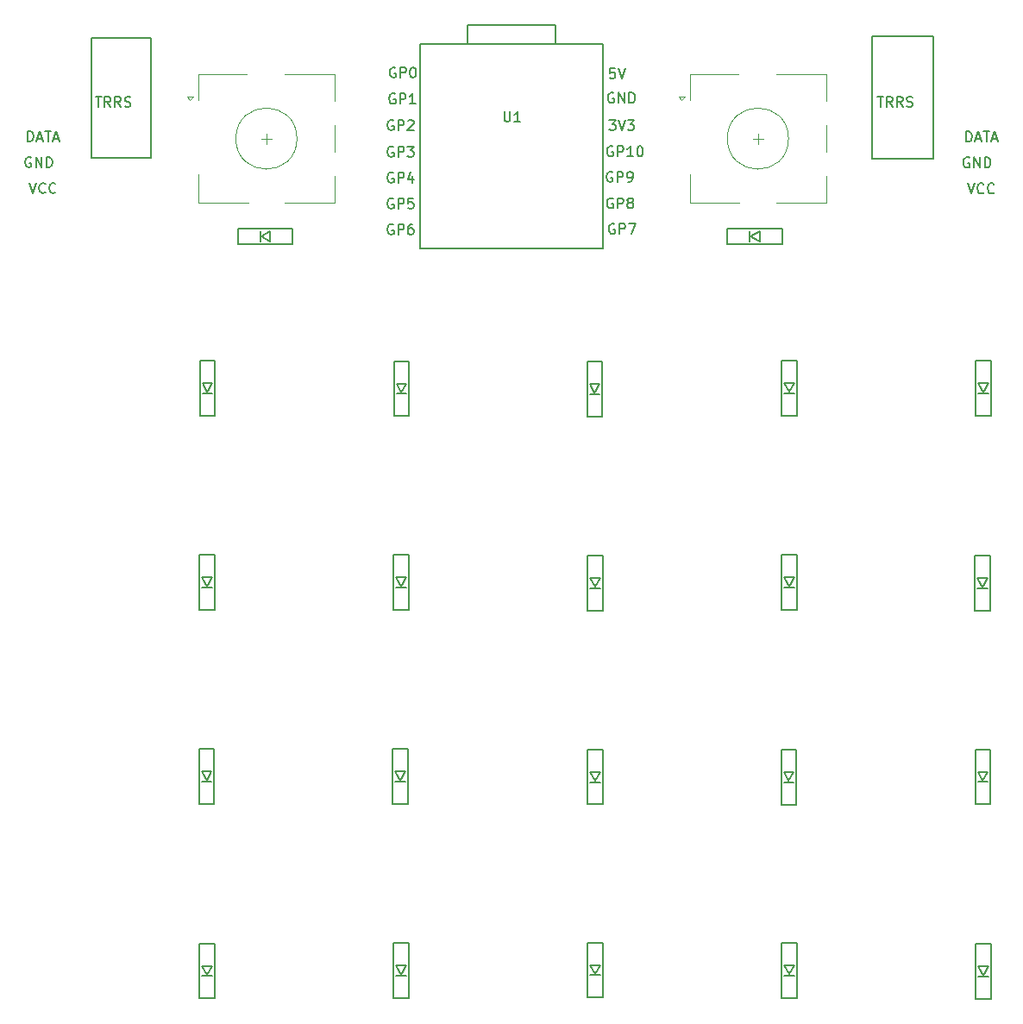
<source format=gbr>
G04 #@! TF.GenerationSoftware,KiCad,Pcbnew,(5.1.6-0-10_14)*
G04 #@! TF.CreationDate,2022-08-26T17:56:11+09:00*
G04 #@! TF.ProjectId,cool640xiao,636f6f6c-3634-4307-9869-616f2e6b6963,rev?*
G04 #@! TF.SameCoordinates,Original*
G04 #@! TF.FileFunction,Legend,Top*
G04 #@! TF.FilePolarity,Positive*
%FSLAX46Y46*%
G04 Gerber Fmt 4.6, Leading zero omitted, Abs format (unit mm)*
G04 Created by KiCad (PCBNEW (5.1.6-0-10_14)) date 2022-08-26 17:56:11*
%MOMM*%
%LPD*%
G01*
G04 APERTURE LIST*
%ADD10C,0.150000*%
%ADD11C,0.120000*%
G04 APERTURE END LIST*
D10*
X-3260000Y32000000D02*
X2540000Y32000000D01*
X2540000Y32000000D02*
X2540000Y20250000D01*
X2540000Y20250000D02*
X-3260000Y20250000D01*
X-3260000Y20250000D02*
X-3260000Y32000000D01*
X84290000Y-59990000D02*
X83790000Y-59090000D01*
X83790000Y-59090000D02*
X84790000Y-59090000D01*
X84790000Y-59090000D02*
X84290000Y-59990000D01*
X83790000Y-60090000D02*
X84790000Y-60090000D01*
X83540000Y-56890000D02*
X83540000Y-62290000D01*
X83540000Y-62290000D02*
X85040000Y-62290000D01*
X85040000Y-62290000D02*
X85040000Y-56890000D01*
X85040000Y-56890000D02*
X83540000Y-56890000D01*
X27160000Y-2800000D02*
X26660000Y-1900000D01*
X26660000Y-1900000D02*
X27660000Y-1900000D01*
X27660000Y-1900000D02*
X27160000Y-2800000D01*
X26660000Y-2900000D02*
X27660000Y-2900000D01*
X26410000Y300000D02*
X26410000Y-5100000D01*
X26410000Y-5100000D02*
X27910000Y-5100000D01*
X27910000Y-5100000D02*
X27910000Y300000D01*
X27910000Y300000D02*
X26410000Y300000D01*
X8110000Y-2760000D02*
X7610000Y-1860000D01*
X7610000Y-1860000D02*
X8610000Y-1860000D01*
X8610000Y-1860000D02*
X8110000Y-2760000D01*
X7610000Y-2860000D02*
X8610000Y-2860000D01*
X7360000Y340000D02*
X7360000Y-5060000D01*
X7360000Y-5060000D02*
X8860000Y-5060000D01*
X8860000Y-5060000D02*
X8860000Y340000D01*
X8860000Y340000D02*
X7360000Y340000D01*
X65230000Y-2730000D02*
X64730000Y-1830000D01*
X64730000Y-1830000D02*
X65730000Y-1830000D01*
X65730000Y-1830000D02*
X65230000Y-2730000D01*
X64730000Y-2830000D02*
X65730000Y-2830000D01*
X64480000Y370000D02*
X64480000Y-5030000D01*
X64480000Y-5030000D02*
X65980000Y-5030000D01*
X65980000Y-5030000D02*
X65980000Y370000D01*
X65980000Y370000D02*
X64480000Y370000D01*
X46120000Y-2850000D02*
X45620000Y-1950000D01*
X45620000Y-1950000D02*
X46620000Y-1950000D01*
X46620000Y-1950000D02*
X46120000Y-2850000D01*
X45620000Y-2950000D02*
X46620000Y-2950000D01*
X45370000Y250000D02*
X45370000Y-5150000D01*
X45370000Y-5150000D02*
X46870000Y-5150000D01*
X46870000Y-5150000D02*
X46870000Y250000D01*
X46870000Y250000D02*
X45370000Y250000D01*
X84300000Y-2790000D02*
X83800000Y-1890000D01*
X83800000Y-1890000D02*
X84800000Y-1890000D01*
X84800000Y-1890000D02*
X84300000Y-2790000D01*
X83800000Y-2890000D02*
X84800000Y-2890000D01*
X83550000Y310000D02*
X83550000Y-5090000D01*
X83550000Y-5090000D02*
X85050000Y-5090000D01*
X85050000Y-5090000D02*
X85050000Y310000D01*
X85050000Y310000D02*
X83550000Y310000D01*
X84200000Y-21900000D02*
X83700000Y-21000000D01*
X83700000Y-21000000D02*
X84700000Y-21000000D01*
X84700000Y-21000000D02*
X84200000Y-21900000D01*
X83700000Y-22000000D02*
X84700000Y-22000000D01*
X83450000Y-18800000D02*
X83450000Y-24200000D01*
X83450000Y-24200000D02*
X84950000Y-24200000D01*
X84950000Y-24200000D02*
X84950000Y-18800000D01*
X84950000Y-18800000D02*
X83450000Y-18800000D01*
X65220000Y-21820000D02*
X64720000Y-20920000D01*
X64720000Y-20920000D02*
X65720000Y-20920000D01*
X65720000Y-20920000D02*
X65220000Y-21820000D01*
X64720000Y-21920000D02*
X65720000Y-21920000D01*
X64470000Y-18720000D02*
X64470000Y-24120000D01*
X64470000Y-24120000D02*
X65970000Y-24120000D01*
X65970000Y-24120000D02*
X65970000Y-18720000D01*
X65970000Y-18720000D02*
X64470000Y-18720000D01*
X46140000Y-21870000D02*
X45640000Y-20970000D01*
X45640000Y-20970000D02*
X46640000Y-20970000D01*
X46640000Y-20970000D02*
X46140000Y-21870000D01*
X45640000Y-21970000D02*
X46640000Y-21970000D01*
X45390000Y-18770000D02*
X45390000Y-24170000D01*
X45390000Y-24170000D02*
X46890000Y-24170000D01*
X46890000Y-24170000D02*
X46890000Y-18770000D01*
X46890000Y-18770000D02*
X45390000Y-18770000D01*
X27090000Y-21830000D02*
X26590000Y-20930000D01*
X26590000Y-20930000D02*
X27590000Y-20930000D01*
X27590000Y-20930000D02*
X27090000Y-21830000D01*
X26590000Y-21930000D02*
X27590000Y-21930000D01*
X26340000Y-18730000D02*
X26340000Y-24130000D01*
X26340000Y-24130000D02*
X27840000Y-24130000D01*
X27840000Y-24130000D02*
X27840000Y-18730000D01*
X27840000Y-18730000D02*
X26340000Y-18730000D01*
X8070000Y-21830000D02*
X7570000Y-20930000D01*
X7570000Y-20930000D02*
X8570000Y-20930000D01*
X8570000Y-20930000D02*
X8070000Y-21830000D01*
X7570000Y-21930000D02*
X8570000Y-21930000D01*
X7320000Y-18730000D02*
X7320000Y-24130000D01*
X7320000Y-24130000D02*
X8820000Y-24130000D01*
X8820000Y-24130000D02*
X8820000Y-18730000D01*
X8820000Y-18730000D02*
X7320000Y-18730000D01*
X65210000Y-59890000D02*
X64710000Y-58990000D01*
X64710000Y-58990000D02*
X65710000Y-58990000D01*
X65710000Y-58990000D02*
X65210000Y-59890000D01*
X64710000Y-59990000D02*
X65710000Y-59990000D01*
X64460000Y-56790000D02*
X64460000Y-62190000D01*
X64460000Y-62190000D02*
X65960000Y-62190000D01*
X65960000Y-62190000D02*
X65960000Y-56790000D01*
X65960000Y-56790000D02*
X64460000Y-56790000D01*
X46160000Y-59860000D02*
X45660000Y-58960000D01*
X45660000Y-58960000D02*
X46660000Y-58960000D01*
X46660000Y-58960000D02*
X46160000Y-59860000D01*
X45660000Y-59960000D02*
X46660000Y-59960000D01*
X45410000Y-56760000D02*
X45410000Y-62160000D01*
X45410000Y-62160000D02*
X46910000Y-62160000D01*
X46910000Y-62160000D02*
X46910000Y-56760000D01*
X46910000Y-56760000D02*
X45410000Y-56760000D01*
X27150000Y-59930000D02*
X26650000Y-59030000D01*
X26650000Y-59030000D02*
X27650000Y-59030000D01*
X27650000Y-59030000D02*
X27150000Y-59930000D01*
X26650000Y-60030000D02*
X27650000Y-60030000D01*
X26400000Y-56830000D02*
X26400000Y-62230000D01*
X26400000Y-62230000D02*
X27900000Y-62230000D01*
X27900000Y-62230000D02*
X27900000Y-56830000D01*
X27900000Y-56830000D02*
X26400000Y-56830000D01*
X8050000Y-59950000D02*
X7550000Y-59050000D01*
X7550000Y-59050000D02*
X8550000Y-59050000D01*
X8550000Y-59050000D02*
X8050000Y-59950000D01*
X7550000Y-60050000D02*
X8550000Y-60050000D01*
X7300000Y-56850000D02*
X7300000Y-62250000D01*
X7300000Y-62250000D02*
X8800000Y-62250000D01*
X8800000Y-62250000D02*
X8800000Y-56850000D01*
X8800000Y-56850000D02*
X7300000Y-56850000D01*
X84220000Y-40900000D02*
X83720000Y-40000000D01*
X83720000Y-40000000D02*
X84720000Y-40000000D01*
X84720000Y-40000000D02*
X84220000Y-40900000D01*
X83720000Y-41000000D02*
X84720000Y-41000000D01*
X83470000Y-37800000D02*
X83470000Y-43200000D01*
X83470000Y-43200000D02*
X84970000Y-43200000D01*
X84970000Y-43200000D02*
X84970000Y-37800000D01*
X84970000Y-37800000D02*
X83470000Y-37800000D01*
X65170000Y-40920000D02*
X64670000Y-40020000D01*
X64670000Y-40020000D02*
X65670000Y-40020000D01*
X65670000Y-40020000D02*
X65170000Y-40920000D01*
X64670000Y-41020000D02*
X65670000Y-41020000D01*
X64420000Y-37820000D02*
X64420000Y-43220000D01*
X64420000Y-43220000D02*
X65920000Y-43220000D01*
X65920000Y-43220000D02*
X65920000Y-37820000D01*
X65920000Y-37820000D02*
X64420000Y-37820000D01*
X46150000Y-40910000D02*
X45650000Y-40010000D01*
X45650000Y-40010000D02*
X46650000Y-40010000D01*
X46650000Y-40010000D02*
X46150000Y-40910000D01*
X45650000Y-41010000D02*
X46650000Y-41010000D01*
X45400000Y-37810000D02*
X45400000Y-43210000D01*
X45400000Y-43210000D02*
X46900000Y-43210000D01*
X46900000Y-43210000D02*
X46900000Y-37810000D01*
X46900000Y-37810000D02*
X45400000Y-37810000D01*
X27060000Y-40850000D02*
X26560000Y-39950000D01*
X26560000Y-39950000D02*
X27560000Y-39950000D01*
X27560000Y-39950000D02*
X27060000Y-40850000D01*
X26560000Y-40950000D02*
X27560000Y-40950000D01*
X26310000Y-37750000D02*
X26310000Y-43150000D01*
X26310000Y-43150000D02*
X27810000Y-43150000D01*
X27810000Y-43150000D02*
X27810000Y-37750000D01*
X27810000Y-37750000D02*
X26310000Y-37750000D01*
X8030000Y-40860000D02*
X7530000Y-39960000D01*
X7530000Y-39960000D02*
X8530000Y-39960000D01*
X8530000Y-39960000D02*
X8030000Y-40860000D01*
X7530000Y-40960000D02*
X8530000Y-40960000D01*
X7280000Y-37760000D02*
X7280000Y-43160000D01*
X7280000Y-43160000D02*
X8780000Y-43160000D01*
X8780000Y-43160000D02*
X8780000Y-37760000D01*
X8780000Y-37760000D02*
X7280000Y-37760000D01*
X73390000Y20160000D02*
X73390000Y32160000D01*
X79390000Y20160000D02*
X73390000Y20160000D01*
X79390000Y32160000D02*
X79390000Y20160000D01*
X73390000Y32160000D02*
X79390000Y32160000D01*
D11*
X13400000Y22140000D02*
X14400000Y22140000D01*
X13900000Y22640000D02*
X13900000Y21640000D01*
X20600000Y18440000D02*
X20600000Y15840000D01*
X20600000Y23440000D02*
X20600000Y20840000D01*
X20600000Y28440000D02*
X20600000Y25840000D01*
X6700000Y26240000D02*
X6400000Y25940000D01*
X6100000Y26240000D02*
X6700000Y26240000D01*
X6400000Y25940000D02*
X6100000Y26240000D01*
X7200000Y28440000D02*
X7200000Y25940000D01*
X12000000Y28440000D02*
X7200000Y28440000D01*
X7200000Y15840000D02*
X7200000Y18640000D01*
X12100000Y15840000D02*
X7200000Y15840000D01*
X20600000Y15840000D02*
X15700000Y15840000D01*
X15700000Y28440000D02*
X20600000Y28440000D01*
X16900000Y22140000D02*
G75*
G03*
X16900000Y22140000I-3000000J0D01*
G01*
X65150000Y22140000D02*
G75*
G03*
X65150000Y22140000I-3000000J0D01*
G01*
X63950000Y28440000D02*
X68850000Y28440000D01*
X68850000Y15840000D02*
X63950000Y15840000D01*
X60350000Y15840000D02*
X55450000Y15840000D01*
X55450000Y15840000D02*
X55450000Y18640000D01*
X60250000Y28440000D02*
X55450000Y28440000D01*
X55450000Y28440000D02*
X55450000Y25940000D01*
X54650000Y25940000D02*
X54350000Y26240000D01*
X54350000Y26240000D02*
X54950000Y26240000D01*
X54950000Y26240000D02*
X54650000Y25940000D01*
X68850000Y28440000D02*
X68850000Y25840000D01*
X68850000Y23440000D02*
X68850000Y20840000D01*
X68850000Y18440000D02*
X68850000Y15840000D01*
X62150000Y22640000D02*
X62150000Y21640000D01*
X61650000Y22140000D02*
X62650000Y22140000D01*
D10*
X46960000Y30120000D02*
X46960000Y11320000D01*
X46960000Y11320000D02*
X28960000Y11320000D01*
X28960000Y11320000D02*
X28960000Y30120000D01*
X42310000Y31410000D02*
X42310000Y33290000D01*
X33650000Y31410000D02*
X33650000Y33290000D01*
X33650000Y33290000D02*
X42310000Y33290000D01*
X28960000Y30120000D02*
X28960000Y31399600D01*
X28960000Y31399600D02*
X46850000Y31399600D01*
X46960000Y30120000D02*
X46960000Y31399600D01*
X46960000Y31399600D02*
X46850000Y31399600D01*
X16490000Y11800000D02*
X16490000Y13300000D01*
X11090000Y11800000D02*
X16490000Y11800000D01*
X11090000Y13300000D02*
X11090000Y11800000D01*
X16490000Y13300000D02*
X11090000Y13300000D01*
X13290000Y13050000D02*
X13290000Y12050000D01*
X14290000Y12050000D02*
X13390000Y12550000D01*
X14290000Y13050000D02*
X14290000Y12050000D01*
X13390000Y12550000D02*
X14290000Y13050000D01*
X61440000Y12560000D02*
X62340000Y13060000D01*
X62340000Y13060000D02*
X62340000Y12060000D01*
X62340000Y12060000D02*
X61440000Y12560000D01*
X61340000Y13060000D02*
X61340000Y12060000D01*
X64540000Y13310000D02*
X59140000Y13310000D01*
X59140000Y13310000D02*
X59140000Y11810000D01*
X59140000Y11810000D02*
X64540000Y11810000D01*
X64540000Y11810000D02*
X64540000Y13310000D01*
X-2871904Y26247619D02*
X-2300476Y26247619D01*
X-2586190Y25247619D02*
X-2586190Y26247619D01*
X-1395714Y25247619D02*
X-1729047Y25723809D01*
X-1967142Y25247619D02*
X-1967142Y26247619D01*
X-1586190Y26247619D01*
X-1490952Y26200000D01*
X-1443333Y26152380D01*
X-1395714Y26057142D01*
X-1395714Y25914285D01*
X-1443333Y25819047D01*
X-1490952Y25771428D01*
X-1586190Y25723809D01*
X-1967142Y25723809D01*
X-395714Y25247619D02*
X-729047Y25723809D01*
X-967142Y25247619D02*
X-967142Y26247619D01*
X-586190Y26247619D01*
X-490952Y26200000D01*
X-443333Y26152380D01*
X-395714Y26057142D01*
X-395714Y25914285D01*
X-443333Y25819047D01*
X-490952Y25771428D01*
X-586190Y25723809D01*
X-967142Y25723809D01*
X-14761Y25295238D02*
X128095Y25247619D01*
X366190Y25247619D01*
X461428Y25295238D01*
X509047Y25342857D01*
X556666Y25438095D01*
X556666Y25533333D01*
X509047Y25628571D01*
X461428Y25676190D01*
X366190Y25723809D01*
X175714Y25771428D01*
X80476Y25819047D01*
X32857Y25866666D01*
X-14761Y25961904D01*
X-14761Y26057142D01*
X32857Y26152380D01*
X80476Y26200000D01*
X175714Y26247619D01*
X413809Y26247619D01*
X556666Y26200000D01*
X73878095Y26257619D02*
X74449523Y26257619D01*
X74163809Y25257619D02*
X74163809Y26257619D01*
X75354285Y25257619D02*
X75020952Y25733809D01*
X74782857Y25257619D02*
X74782857Y26257619D01*
X75163809Y26257619D01*
X75259047Y26210000D01*
X75306666Y26162380D01*
X75354285Y26067142D01*
X75354285Y25924285D01*
X75306666Y25829047D01*
X75259047Y25781428D01*
X75163809Y25733809D01*
X74782857Y25733809D01*
X76354285Y25257619D02*
X76020952Y25733809D01*
X75782857Y25257619D02*
X75782857Y26257619D01*
X76163809Y26257619D01*
X76259047Y26210000D01*
X76306666Y26162380D01*
X76354285Y26067142D01*
X76354285Y25924285D01*
X76306666Y25829047D01*
X76259047Y25781428D01*
X76163809Y25733809D01*
X75782857Y25733809D01*
X76735238Y25305238D02*
X76878095Y25257619D01*
X77116190Y25257619D01*
X77211428Y25305238D01*
X77259047Y25352857D01*
X77306666Y25448095D01*
X77306666Y25543333D01*
X77259047Y25638571D01*
X77211428Y25686190D01*
X77116190Y25733809D01*
X76925714Y25781428D01*
X76830476Y25829047D01*
X76782857Y25876666D01*
X76735238Y25971904D01*
X76735238Y26067142D01*
X76782857Y26162380D01*
X76830476Y26210000D01*
X76925714Y26257619D01*
X77163809Y26257619D01*
X77306666Y26210000D01*
X37248095Y24807619D02*
X37248095Y23998095D01*
X37295714Y23902857D01*
X37343333Y23855238D01*
X37438571Y23807619D01*
X37629047Y23807619D01*
X37724285Y23855238D01*
X37771904Y23902857D01*
X37819523Y23998095D01*
X37819523Y24807619D01*
X38819523Y23807619D02*
X38248095Y23807619D01*
X38533809Y23807619D02*
X38533809Y24807619D01*
X38438571Y24664761D01*
X38343333Y24569523D01*
X38248095Y24521904D01*
X26565714Y29070000D02*
X26470476Y29117619D01*
X26327619Y29117619D01*
X26184761Y29070000D01*
X26089523Y28974761D01*
X26041904Y28879523D01*
X25994285Y28689047D01*
X25994285Y28546190D01*
X26041904Y28355714D01*
X26089523Y28260476D01*
X26184761Y28165238D01*
X26327619Y28117619D01*
X26422857Y28117619D01*
X26565714Y28165238D01*
X26613333Y28212857D01*
X26613333Y28546190D01*
X26422857Y28546190D01*
X27041904Y28117619D02*
X27041904Y29117619D01*
X27422857Y29117619D01*
X27518095Y29070000D01*
X27565714Y29022380D01*
X27613333Y28927142D01*
X27613333Y28784285D01*
X27565714Y28689047D01*
X27518095Y28641428D01*
X27422857Y28593809D01*
X27041904Y28593809D01*
X28232380Y29117619D02*
X28327619Y29117619D01*
X28422857Y29070000D01*
X28470476Y29022380D01*
X28518095Y28927142D01*
X28565714Y28736666D01*
X28565714Y28498571D01*
X28518095Y28308095D01*
X28470476Y28212857D01*
X28422857Y28165238D01*
X28327619Y28117619D01*
X28232380Y28117619D01*
X28137142Y28165238D01*
X28089523Y28212857D01*
X28041904Y28308095D01*
X27994285Y28498571D01*
X27994285Y28736666D01*
X28041904Y28927142D01*
X28089523Y29022380D01*
X28137142Y29070000D01*
X28232380Y29117619D01*
X26525714Y26510000D02*
X26430476Y26557619D01*
X26287619Y26557619D01*
X26144761Y26510000D01*
X26049523Y26414761D01*
X26001904Y26319523D01*
X25954285Y26129047D01*
X25954285Y25986190D01*
X26001904Y25795714D01*
X26049523Y25700476D01*
X26144761Y25605238D01*
X26287619Y25557619D01*
X26382857Y25557619D01*
X26525714Y25605238D01*
X26573333Y25652857D01*
X26573333Y25986190D01*
X26382857Y25986190D01*
X27001904Y25557619D02*
X27001904Y26557619D01*
X27382857Y26557619D01*
X27478095Y26510000D01*
X27525714Y26462380D01*
X27573333Y26367142D01*
X27573333Y26224285D01*
X27525714Y26129047D01*
X27478095Y26081428D01*
X27382857Y26033809D01*
X27001904Y26033809D01*
X28525714Y25557619D02*
X27954285Y25557619D01*
X28240000Y25557619D02*
X28240000Y26557619D01*
X28144761Y26414761D01*
X28049523Y26319523D01*
X27954285Y26271904D01*
X26355714Y23910000D02*
X26260476Y23957619D01*
X26117619Y23957619D01*
X25974761Y23910000D01*
X25879523Y23814761D01*
X25831904Y23719523D01*
X25784285Y23529047D01*
X25784285Y23386190D01*
X25831904Y23195714D01*
X25879523Y23100476D01*
X25974761Y23005238D01*
X26117619Y22957619D01*
X26212857Y22957619D01*
X26355714Y23005238D01*
X26403333Y23052857D01*
X26403333Y23386190D01*
X26212857Y23386190D01*
X26831904Y22957619D02*
X26831904Y23957619D01*
X27212857Y23957619D01*
X27308095Y23910000D01*
X27355714Y23862380D01*
X27403333Y23767142D01*
X27403333Y23624285D01*
X27355714Y23529047D01*
X27308095Y23481428D01*
X27212857Y23433809D01*
X26831904Y23433809D01*
X27784285Y23862380D02*
X27831904Y23910000D01*
X27927142Y23957619D01*
X28165238Y23957619D01*
X28260476Y23910000D01*
X28308095Y23862380D01*
X28355714Y23767142D01*
X28355714Y23671904D01*
X28308095Y23529047D01*
X27736666Y22957619D01*
X28355714Y22957619D01*
X26355714Y18770000D02*
X26260476Y18817619D01*
X26117619Y18817619D01*
X25974761Y18770000D01*
X25879523Y18674761D01*
X25831904Y18579523D01*
X25784285Y18389047D01*
X25784285Y18246190D01*
X25831904Y18055714D01*
X25879523Y17960476D01*
X25974761Y17865238D01*
X26117619Y17817619D01*
X26212857Y17817619D01*
X26355714Y17865238D01*
X26403333Y17912857D01*
X26403333Y18246190D01*
X26212857Y18246190D01*
X26831904Y17817619D02*
X26831904Y18817619D01*
X27212857Y18817619D01*
X27308095Y18770000D01*
X27355714Y18722380D01*
X27403333Y18627142D01*
X27403333Y18484285D01*
X27355714Y18389047D01*
X27308095Y18341428D01*
X27212857Y18293809D01*
X26831904Y18293809D01*
X28260476Y18484285D02*
X28260476Y17817619D01*
X28022380Y18865238D02*
X27784285Y18150952D01*
X28403333Y18150952D01*
X26355714Y21310000D02*
X26260476Y21357619D01*
X26117619Y21357619D01*
X25974761Y21310000D01*
X25879523Y21214761D01*
X25831904Y21119523D01*
X25784285Y20929047D01*
X25784285Y20786190D01*
X25831904Y20595714D01*
X25879523Y20500476D01*
X25974761Y20405238D01*
X26117619Y20357619D01*
X26212857Y20357619D01*
X26355714Y20405238D01*
X26403333Y20452857D01*
X26403333Y20786190D01*
X26212857Y20786190D01*
X26831904Y20357619D02*
X26831904Y21357619D01*
X27212857Y21357619D01*
X27308095Y21310000D01*
X27355714Y21262380D01*
X27403333Y21167142D01*
X27403333Y21024285D01*
X27355714Y20929047D01*
X27308095Y20881428D01*
X27212857Y20833809D01*
X26831904Y20833809D01*
X27736666Y21357619D02*
X28355714Y21357619D01*
X28022380Y20976666D01*
X28165238Y20976666D01*
X28260476Y20929047D01*
X28308095Y20881428D01*
X28355714Y20786190D01*
X28355714Y20548095D01*
X28308095Y20452857D01*
X28260476Y20405238D01*
X28165238Y20357619D01*
X27879523Y20357619D01*
X27784285Y20405238D01*
X27736666Y20452857D01*
X26355714Y16230000D02*
X26260476Y16277619D01*
X26117619Y16277619D01*
X25974761Y16230000D01*
X25879523Y16134761D01*
X25831904Y16039523D01*
X25784285Y15849047D01*
X25784285Y15706190D01*
X25831904Y15515714D01*
X25879523Y15420476D01*
X25974761Y15325238D01*
X26117619Y15277619D01*
X26212857Y15277619D01*
X26355714Y15325238D01*
X26403333Y15372857D01*
X26403333Y15706190D01*
X26212857Y15706190D01*
X26831904Y15277619D02*
X26831904Y16277619D01*
X27212857Y16277619D01*
X27308095Y16230000D01*
X27355714Y16182380D01*
X27403333Y16087142D01*
X27403333Y15944285D01*
X27355714Y15849047D01*
X27308095Y15801428D01*
X27212857Y15753809D01*
X26831904Y15753809D01*
X28308095Y16277619D02*
X27831904Y16277619D01*
X27784285Y15801428D01*
X27831904Y15849047D01*
X27927142Y15896666D01*
X28165238Y15896666D01*
X28260476Y15849047D01*
X28308095Y15801428D01*
X28355714Y15706190D01*
X28355714Y15468095D01*
X28308095Y15372857D01*
X28260476Y15325238D01*
X28165238Y15277619D01*
X27927142Y15277619D01*
X27831904Y15325238D01*
X27784285Y15372857D01*
X26355714Y13690000D02*
X26260476Y13737619D01*
X26117619Y13737619D01*
X25974761Y13690000D01*
X25879523Y13594761D01*
X25831904Y13499523D01*
X25784285Y13309047D01*
X25784285Y13166190D01*
X25831904Y12975714D01*
X25879523Y12880476D01*
X25974761Y12785238D01*
X26117619Y12737619D01*
X26212857Y12737619D01*
X26355714Y12785238D01*
X26403333Y12832857D01*
X26403333Y13166190D01*
X26212857Y13166190D01*
X26831904Y12737619D02*
X26831904Y13737619D01*
X27212857Y13737619D01*
X27308095Y13690000D01*
X27355714Y13642380D01*
X27403333Y13547142D01*
X27403333Y13404285D01*
X27355714Y13309047D01*
X27308095Y13261428D01*
X27212857Y13213809D01*
X26831904Y13213809D01*
X28260476Y13737619D02*
X28070000Y13737619D01*
X27974761Y13690000D01*
X27927142Y13642380D01*
X27831904Y13499523D01*
X27784285Y13309047D01*
X27784285Y12928095D01*
X27831904Y12832857D01*
X27879523Y12785238D01*
X27974761Y12737619D01*
X28165238Y12737619D01*
X28260476Y12785238D01*
X28308095Y12832857D01*
X28355714Y12928095D01*
X28355714Y13166190D01*
X28308095Y13261428D01*
X28260476Y13309047D01*
X28165238Y13356666D01*
X27974761Y13356666D01*
X27879523Y13309047D01*
X27831904Y13261428D01*
X27784285Y13166190D01*
X48065714Y13740000D02*
X47970476Y13787619D01*
X47827619Y13787619D01*
X47684761Y13740000D01*
X47589523Y13644761D01*
X47541904Y13549523D01*
X47494285Y13359047D01*
X47494285Y13216190D01*
X47541904Y13025714D01*
X47589523Y12930476D01*
X47684761Y12835238D01*
X47827619Y12787619D01*
X47922857Y12787619D01*
X48065714Y12835238D01*
X48113333Y12882857D01*
X48113333Y13216190D01*
X47922857Y13216190D01*
X48541904Y12787619D02*
X48541904Y13787619D01*
X48922857Y13787619D01*
X49018095Y13740000D01*
X49065714Y13692380D01*
X49113333Y13597142D01*
X49113333Y13454285D01*
X49065714Y13359047D01*
X49018095Y13311428D01*
X48922857Y13263809D01*
X48541904Y13263809D01*
X49446666Y13787619D02*
X50113333Y13787619D01*
X49684761Y12787619D01*
X47905714Y16260000D02*
X47810476Y16307619D01*
X47667619Y16307619D01*
X47524761Y16260000D01*
X47429523Y16164761D01*
X47381904Y16069523D01*
X47334285Y15879047D01*
X47334285Y15736190D01*
X47381904Y15545714D01*
X47429523Y15450476D01*
X47524761Y15355238D01*
X47667619Y15307619D01*
X47762857Y15307619D01*
X47905714Y15355238D01*
X47953333Y15402857D01*
X47953333Y15736190D01*
X47762857Y15736190D01*
X48381904Y15307619D02*
X48381904Y16307619D01*
X48762857Y16307619D01*
X48858095Y16260000D01*
X48905714Y16212380D01*
X48953333Y16117142D01*
X48953333Y15974285D01*
X48905714Y15879047D01*
X48858095Y15831428D01*
X48762857Y15783809D01*
X48381904Y15783809D01*
X49524761Y15879047D02*
X49429523Y15926666D01*
X49381904Y15974285D01*
X49334285Y16069523D01*
X49334285Y16117142D01*
X49381904Y16212380D01*
X49429523Y16260000D01*
X49524761Y16307619D01*
X49715238Y16307619D01*
X49810476Y16260000D01*
X49858095Y16212380D01*
X49905714Y16117142D01*
X49905714Y16069523D01*
X49858095Y15974285D01*
X49810476Y15926666D01*
X49715238Y15879047D01*
X49524761Y15879047D01*
X49429523Y15831428D01*
X49381904Y15783809D01*
X49334285Y15688571D01*
X49334285Y15498095D01*
X49381904Y15402857D01*
X49429523Y15355238D01*
X49524761Y15307619D01*
X49715238Y15307619D01*
X49810476Y15355238D01*
X49858095Y15402857D01*
X49905714Y15498095D01*
X49905714Y15688571D01*
X49858095Y15783809D01*
X49810476Y15831428D01*
X49715238Y15879047D01*
X47855714Y18830000D02*
X47760476Y18877619D01*
X47617619Y18877619D01*
X47474761Y18830000D01*
X47379523Y18734761D01*
X47331904Y18639523D01*
X47284285Y18449047D01*
X47284285Y18306190D01*
X47331904Y18115714D01*
X47379523Y18020476D01*
X47474761Y17925238D01*
X47617619Y17877619D01*
X47712857Y17877619D01*
X47855714Y17925238D01*
X47903333Y17972857D01*
X47903333Y18306190D01*
X47712857Y18306190D01*
X48331904Y17877619D02*
X48331904Y18877619D01*
X48712857Y18877619D01*
X48808095Y18830000D01*
X48855714Y18782380D01*
X48903333Y18687142D01*
X48903333Y18544285D01*
X48855714Y18449047D01*
X48808095Y18401428D01*
X48712857Y18353809D01*
X48331904Y18353809D01*
X49379523Y17877619D02*
X49570000Y17877619D01*
X49665238Y17925238D01*
X49712857Y17972857D01*
X49808095Y18115714D01*
X49855714Y18306190D01*
X49855714Y18687142D01*
X49808095Y18782380D01*
X49760476Y18830000D01*
X49665238Y18877619D01*
X49474761Y18877619D01*
X49379523Y18830000D01*
X49331904Y18782380D01*
X49284285Y18687142D01*
X49284285Y18449047D01*
X49331904Y18353809D01*
X49379523Y18306190D01*
X49474761Y18258571D01*
X49665238Y18258571D01*
X49760476Y18306190D01*
X49808095Y18353809D01*
X49855714Y18449047D01*
X47899523Y21350000D02*
X47804285Y21397619D01*
X47661428Y21397619D01*
X47518571Y21350000D01*
X47423333Y21254761D01*
X47375714Y21159523D01*
X47328095Y20969047D01*
X47328095Y20826190D01*
X47375714Y20635714D01*
X47423333Y20540476D01*
X47518571Y20445238D01*
X47661428Y20397619D01*
X47756666Y20397619D01*
X47899523Y20445238D01*
X47947142Y20492857D01*
X47947142Y20826190D01*
X47756666Y20826190D01*
X48375714Y20397619D02*
X48375714Y21397619D01*
X48756666Y21397619D01*
X48851904Y21350000D01*
X48899523Y21302380D01*
X48947142Y21207142D01*
X48947142Y21064285D01*
X48899523Y20969047D01*
X48851904Y20921428D01*
X48756666Y20873809D01*
X48375714Y20873809D01*
X49899523Y20397619D02*
X49328095Y20397619D01*
X49613809Y20397619D02*
X49613809Y21397619D01*
X49518571Y21254761D01*
X49423333Y21159523D01*
X49328095Y21111904D01*
X50518571Y21397619D02*
X50613809Y21397619D01*
X50709047Y21350000D01*
X50756666Y21302380D01*
X50804285Y21207142D01*
X50851904Y21016666D01*
X50851904Y20778571D01*
X50804285Y20588095D01*
X50756666Y20492857D01*
X50709047Y20445238D01*
X50613809Y20397619D01*
X50518571Y20397619D01*
X50423333Y20445238D01*
X50375714Y20492857D01*
X50328095Y20588095D01*
X50280476Y20778571D01*
X50280476Y21016666D01*
X50328095Y21207142D01*
X50375714Y21302380D01*
X50423333Y21350000D01*
X50518571Y21397619D01*
X47541904Y23957619D02*
X48160952Y23957619D01*
X47827619Y23576666D01*
X47970476Y23576666D01*
X48065714Y23529047D01*
X48113333Y23481428D01*
X48160952Y23386190D01*
X48160952Y23148095D01*
X48113333Y23052857D01*
X48065714Y23005238D01*
X47970476Y22957619D01*
X47684761Y22957619D01*
X47589523Y23005238D01*
X47541904Y23052857D01*
X48446666Y23957619D02*
X48780000Y22957619D01*
X49113333Y23957619D01*
X49351428Y23957619D02*
X49970476Y23957619D01*
X49637142Y23576666D01*
X49780000Y23576666D01*
X49875238Y23529047D01*
X49922857Y23481428D01*
X49970476Y23386190D01*
X49970476Y23148095D01*
X49922857Y23052857D01*
X49875238Y23005238D01*
X49780000Y22957619D01*
X49494285Y22957619D01*
X49399047Y23005238D01*
X49351428Y23052857D01*
X47978095Y26600000D02*
X47882857Y26647619D01*
X47740000Y26647619D01*
X47597142Y26600000D01*
X47501904Y26504761D01*
X47454285Y26409523D01*
X47406666Y26219047D01*
X47406666Y26076190D01*
X47454285Y25885714D01*
X47501904Y25790476D01*
X47597142Y25695238D01*
X47740000Y25647619D01*
X47835238Y25647619D01*
X47978095Y25695238D01*
X48025714Y25742857D01*
X48025714Y26076190D01*
X47835238Y26076190D01*
X48454285Y25647619D02*
X48454285Y26647619D01*
X49025714Y25647619D01*
X49025714Y26647619D01*
X49501904Y25647619D02*
X49501904Y26647619D01*
X49740000Y26647619D01*
X49882857Y26600000D01*
X49978095Y26504761D01*
X50025714Y26409523D01*
X50073333Y26219047D01*
X50073333Y26076190D01*
X50025714Y25885714D01*
X49978095Y25790476D01*
X49882857Y25695238D01*
X49740000Y25647619D01*
X49501904Y25647619D01*
X48109523Y29047619D02*
X47633333Y29047619D01*
X47585714Y28571428D01*
X47633333Y28619047D01*
X47728571Y28666666D01*
X47966666Y28666666D01*
X48061904Y28619047D01*
X48109523Y28571428D01*
X48157142Y28476190D01*
X48157142Y28238095D01*
X48109523Y28142857D01*
X48061904Y28095238D01*
X47966666Y28047619D01*
X47728571Y28047619D01*
X47633333Y28095238D01*
X47585714Y28142857D01*
X48442857Y29047619D02*
X48776190Y28047619D01*
X49109523Y29047619D01*
X-9363333Y17777619D02*
X-9030000Y16777619D01*
X-8696666Y17777619D01*
X-7791904Y16872857D02*
X-7839523Y16825238D01*
X-7982380Y16777619D01*
X-8077619Y16777619D01*
X-8220476Y16825238D01*
X-8315714Y16920476D01*
X-8363333Y17015714D01*
X-8410952Y17206190D01*
X-8410952Y17349047D01*
X-8363333Y17539523D01*
X-8315714Y17634761D01*
X-8220476Y17730000D01*
X-8077619Y17777619D01*
X-7982380Y17777619D01*
X-7839523Y17730000D01*
X-7791904Y17682380D01*
X-6791904Y16872857D02*
X-6839523Y16825238D01*
X-6982380Y16777619D01*
X-7077619Y16777619D01*
X-7220476Y16825238D01*
X-7315714Y16920476D01*
X-7363333Y17015714D01*
X-7410952Y17206190D01*
X-7410952Y17349047D01*
X-7363333Y17539523D01*
X-7315714Y17634761D01*
X-7220476Y17730000D01*
X-7077619Y17777619D01*
X-6982380Y17777619D01*
X-6839523Y17730000D01*
X-6791904Y17682380D01*
X-9211904Y20270000D02*
X-9307142Y20317619D01*
X-9450000Y20317619D01*
X-9592857Y20270000D01*
X-9688095Y20174761D01*
X-9735714Y20079523D01*
X-9783333Y19889047D01*
X-9783333Y19746190D01*
X-9735714Y19555714D01*
X-9688095Y19460476D01*
X-9592857Y19365238D01*
X-9450000Y19317619D01*
X-9354761Y19317619D01*
X-9211904Y19365238D01*
X-9164285Y19412857D01*
X-9164285Y19746190D01*
X-9354761Y19746190D01*
X-8735714Y19317619D02*
X-8735714Y20317619D01*
X-8164285Y19317619D01*
X-8164285Y20317619D01*
X-7688095Y19317619D02*
X-7688095Y20317619D01*
X-7450000Y20317619D01*
X-7307142Y20270000D01*
X-7211904Y20174761D01*
X-7164285Y20079523D01*
X-7116666Y19889047D01*
X-7116666Y19746190D01*
X-7164285Y19555714D01*
X-7211904Y19460476D01*
X-7307142Y19365238D01*
X-7450000Y19317619D01*
X-7688095Y19317619D01*
X-9530000Y21857619D02*
X-9530000Y22857619D01*
X-9291904Y22857619D01*
X-9149047Y22810000D01*
X-9053809Y22714761D01*
X-9006190Y22619523D01*
X-8958571Y22429047D01*
X-8958571Y22286190D01*
X-9006190Y22095714D01*
X-9053809Y22000476D01*
X-9149047Y21905238D01*
X-9291904Y21857619D01*
X-9530000Y21857619D01*
X-8577619Y22143333D02*
X-8101428Y22143333D01*
X-8672857Y21857619D02*
X-8339523Y22857619D01*
X-8006190Y21857619D01*
X-7815714Y22857619D02*
X-7244285Y22857619D01*
X-7530000Y21857619D02*
X-7530000Y22857619D01*
X-6958571Y22143333D02*
X-6482380Y22143333D01*
X-7053809Y21857619D02*
X-6720476Y22857619D01*
X-6387142Y21857619D01*
X82570000Y21837619D02*
X82570000Y22837619D01*
X82808095Y22837619D01*
X82950952Y22790000D01*
X83046190Y22694761D01*
X83093809Y22599523D01*
X83141428Y22409047D01*
X83141428Y22266190D01*
X83093809Y22075714D01*
X83046190Y21980476D01*
X82950952Y21885238D01*
X82808095Y21837619D01*
X82570000Y21837619D01*
X83522380Y22123333D02*
X83998571Y22123333D01*
X83427142Y21837619D02*
X83760476Y22837619D01*
X84093809Y21837619D01*
X84284285Y22837619D02*
X84855714Y22837619D01*
X84570000Y21837619D02*
X84570000Y22837619D01*
X85141428Y22123333D02*
X85617619Y22123333D01*
X85046190Y21837619D02*
X85379523Y22837619D01*
X85712857Y21837619D01*
X82888095Y20250000D02*
X82792857Y20297619D01*
X82650000Y20297619D01*
X82507142Y20250000D01*
X82411904Y20154761D01*
X82364285Y20059523D01*
X82316666Y19869047D01*
X82316666Y19726190D01*
X82364285Y19535714D01*
X82411904Y19440476D01*
X82507142Y19345238D01*
X82650000Y19297619D01*
X82745238Y19297619D01*
X82888095Y19345238D01*
X82935714Y19392857D01*
X82935714Y19726190D01*
X82745238Y19726190D01*
X83364285Y19297619D02*
X83364285Y20297619D01*
X83935714Y19297619D01*
X83935714Y20297619D01*
X84411904Y19297619D02*
X84411904Y20297619D01*
X84650000Y20297619D01*
X84792857Y20250000D01*
X84888095Y20154761D01*
X84935714Y20059523D01*
X84983333Y19869047D01*
X84983333Y19726190D01*
X84935714Y19535714D01*
X84888095Y19440476D01*
X84792857Y19345238D01*
X84650000Y19297619D01*
X84411904Y19297619D01*
X82736666Y17757619D02*
X83070000Y16757619D01*
X83403333Y17757619D01*
X84308095Y16852857D02*
X84260476Y16805238D01*
X84117619Y16757619D01*
X84022380Y16757619D01*
X83879523Y16805238D01*
X83784285Y16900476D01*
X83736666Y16995714D01*
X83689047Y17186190D01*
X83689047Y17329047D01*
X83736666Y17519523D01*
X83784285Y17614761D01*
X83879523Y17710000D01*
X84022380Y17757619D01*
X84117619Y17757619D01*
X84260476Y17710000D01*
X84308095Y17662380D01*
X85308095Y16852857D02*
X85260476Y16805238D01*
X85117619Y16757619D01*
X85022380Y16757619D01*
X84879523Y16805238D01*
X84784285Y16900476D01*
X84736666Y16995714D01*
X84689047Y17186190D01*
X84689047Y17329047D01*
X84736666Y17519523D01*
X84784285Y17614761D01*
X84879523Y17710000D01*
X85022380Y17757619D01*
X85117619Y17757619D01*
X85260476Y17710000D01*
X85308095Y17662380D01*
M02*

</source>
